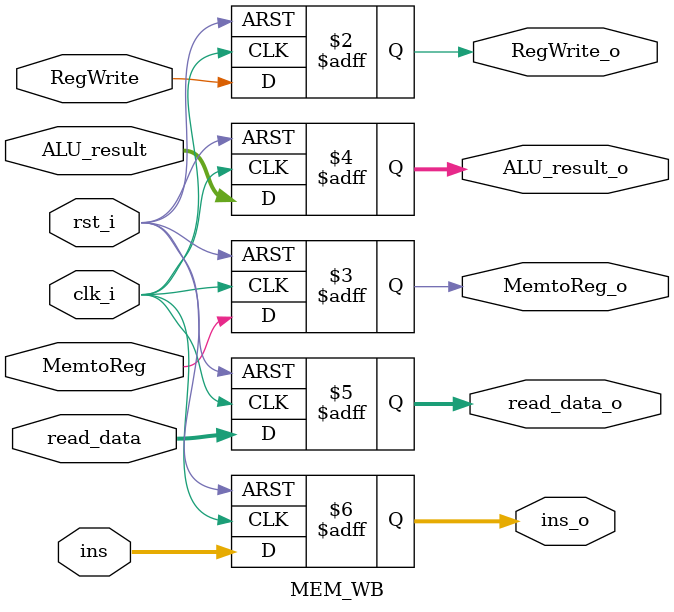
<source format=v>
module MEM_WB(
    clk_i,
    rst_i,
    RegWrite,
    MemtoReg,
    ALU_result,
    read_data,
    ins,
    RegWrite_o,
    MemtoReg_o,
    ALU_result_o,
    read_data_o,
    ins_o
);

input clk_i;
input rst_i;
input RegWrite;
input MemtoReg;
input [31:0] ALU_result;
input [31:0] read_data;
input [4:0] ins;
output RegWrite_o;
output MemtoReg_o;
output [31:0] ALU_result_o;
output [31:0] read_data_o;
output [4:0] ins_o;

reg RegWrite_o, MemtoReg_o;
reg [4:0] ins_o;
reg [31:0] ALU_result_o, read_data_o;

always@(posedge clk_i or posedge rst_i)begin
    if(rst_i)begin
        RegWrite_o <= 1'b0;
        MemtoReg_o <= 1'b0;
        ALU_result_o <= 32'b0;
        read_data_o <= 32'b0;
        ins_o <= 5'b0;                
    end
    else begin
        RegWrite_o <= RegWrite;
        MemtoReg_o <= MemtoReg;
        ALU_result_o <= ALU_result;
        read_data_o <= read_data;
        ins_o <= ins;        
    end
end 
endmodule

</source>
